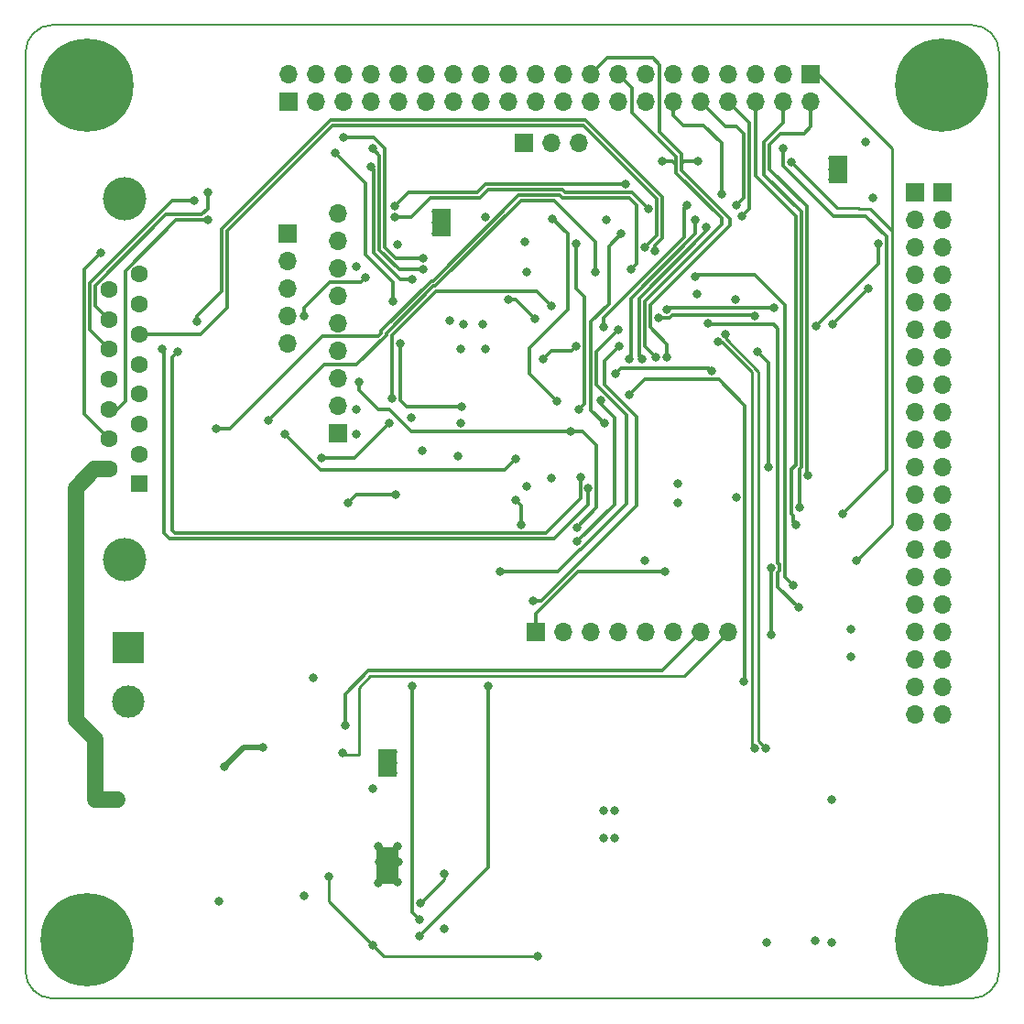
<source format=gbr>
%TF.GenerationSoftware,KiCad,Pcbnew,(6.0.7)*%
%TF.CreationDate,2023-01-26T22:49:43-08:00*%
%TF.ProjectId,FlightComputer,466c6967-6874-4436-9f6d-70757465722e,rev?*%
%TF.SameCoordinates,Original*%
%TF.FileFunction,Copper,L4,Bot*%
%TF.FilePolarity,Positive*%
%FSLAX46Y46*%
G04 Gerber Fmt 4.6, Leading zero omitted, Abs format (unit mm)*
G04 Created by KiCad (PCBNEW (6.0.7)) date 2023-01-26 22:49:43*
%MOMM*%
%LPD*%
G01*
G04 APERTURE LIST*
%TA.AperFunction,Profile*%
%ADD10C,0.200000*%
%TD*%
%TA.AperFunction,ComponentPad*%
%ADD11O,1.700000X1.700000*%
%TD*%
%TA.AperFunction,ComponentPad*%
%ADD12R,1.700000X1.700000*%
%TD*%
%TA.AperFunction,ComponentPad*%
%ADD13C,0.500000*%
%TD*%
%TA.AperFunction,SMDPad,CuDef*%
%ADD14R,1.800000X2.500000*%
%TD*%
%TA.AperFunction,ComponentPad*%
%ADD15C,0.900000*%
%TD*%
%TA.AperFunction,ComponentPad*%
%ADD16C,8.600000*%
%TD*%
%TA.AperFunction,SMDPad,CuDef*%
%ADD17R,2.000000X3.500000*%
%TD*%
%TA.AperFunction,ComponentPad*%
%ADD18C,1.600000*%
%TD*%
%TA.AperFunction,ComponentPad*%
%ADD19R,1.600000X1.600000*%
%TD*%
%TA.AperFunction,ComponentPad*%
%ADD20C,4.000000*%
%TD*%
%TA.AperFunction,ComponentPad*%
%ADD21C,3.000000*%
%TD*%
%TA.AperFunction,ComponentPad*%
%ADD22R,3.000000X3.000000*%
%TD*%
%TA.AperFunction,ViaPad*%
%ADD23C,0.800000*%
%TD*%
%TA.AperFunction,Conductor*%
%ADD24C,0.300000*%
%TD*%
%TA.AperFunction,Conductor*%
%ADD25C,0.261112*%
%TD*%
%TA.AperFunction,Conductor*%
%ADD26C,0.250000*%
%TD*%
%TA.AperFunction,Conductor*%
%ADD27C,1.500000*%
%TD*%
%TA.AperFunction,Conductor*%
%ADD28C,0.500000*%
%TD*%
G04 APERTURE END LIST*
D10*
X227330000Y-148166000D02*
X142410000Y-148166000D01*
X229870000Y-60706000D02*
X229870000Y-145626000D01*
X229870000Y-60706000D02*
G75*
G03*
X227330000Y-58166000I-2540000J0D01*
G01*
X139870000Y-145626000D02*
X139870000Y-60706000D01*
X227330000Y-148166000D02*
G75*
G03*
X229870000Y-145626000I0J2540000D01*
G01*
X139870000Y-145626000D02*
G75*
G03*
X142410000Y-148166000I2540000J0D01*
G01*
X142410000Y-58166000D02*
X227330000Y-58166000D01*
X142410000Y-58166000D02*
G75*
G03*
X139870000Y-60706000I0J-2540000D01*
G01*
D11*
%TO.P,J9,20,Pin_20*%
%TO.N,unconnected-(J9-Pad20)*%
X222123000Y-121920000D03*
%TO.P,J9,19,Pin_19*%
%TO.N,unconnected-(J9-Pad19)*%
X222123000Y-119380000D03*
%TO.P,J9,18,Pin_18*%
%TO.N,unconnected-(J9-Pad18)*%
X222123000Y-116840000D03*
%TO.P,J9,17,Pin_17*%
%TO.N,SPI2_SCK*%
X222123000Y-114300000D03*
%TO.P,J9,16,Pin_16*%
%TO.N,SPI2_MISO*%
X222123000Y-111760000D03*
%TO.P,J9,15,Pin_15*%
%TO.N,SPI2_MOSI*%
X222123000Y-109220000D03*
%TO.P,J9,14,Pin_14*%
%TO.N,PD10*%
X222123000Y-106680000D03*
%TO.P,J9,13,Pin_13*%
%TO.N,PD11*%
X222123000Y-104140000D03*
%TO.P,J9,12,Pin_12*%
%TO.N,PD12*%
X222123000Y-101600000D03*
%TO.P,J9,11,Pin_11*%
%TO.N,PD13*%
X222123000Y-99060000D03*
%TO.P,J9,10,Pin_10*%
%TO.N,PD14*%
X222123000Y-96520000D03*
%TO.P,J9,9,Pin_9*%
%TO.N,PD15*%
X222123000Y-93980000D03*
%TO.P,J9,8,Pin_8*%
%TO.N,PD7*%
X222123000Y-91440000D03*
%TO.P,J9,7,Pin_7*%
%TO.N,UART2_RX*%
X222123000Y-88900000D03*
%TO.P,J9,6,Pin_6*%
%TO.N,UART2_TX*%
X222123000Y-86360000D03*
%TO.P,J9,5,Pin_5*%
%TO.N,PD4*%
X222123000Y-83820000D03*
%TO.P,J9,4,Pin_4*%
%TO.N,PD3*%
X222123000Y-81280000D03*
%TO.P,J9,3,Pin_3*%
%TO.N,GND*%
X222123000Y-78740000D03*
%TO.P,J9,2,Pin_2*%
%TO.N,unconnected-(J9-Pad2)*%
X222123000Y-76200000D03*
D12*
%TO.P,J9,1,Pin_1*%
%TO.N,unconnected-(J9-Pad1)*%
X222123000Y-73660000D03*
%TD*%
D11*
%TO.P,J8,20,Pin_20*%
%TO.N,PE15*%
X212471000Y-65278000D03*
%TO.P,J8,19,Pin_19*%
%TO.N,PE14*%
X209931000Y-65278000D03*
%TO.P,J8,18,Pin_18*%
%TO.N,PE13*%
X207391000Y-65278000D03*
%TO.P,J8,17,Pin_17*%
%TO.N,PE12*%
X204851000Y-65278000D03*
%TO.P,J8,16,Pin_16*%
%TO.N,PE11*%
X202311000Y-65278000D03*
%TO.P,J8,15,Pin_15*%
%TO.N,PE10*%
X199771000Y-65278000D03*
%TO.P,J8,14,Pin_14*%
%TO.N,unconnected-(J8-Pad14)*%
X197231000Y-65278000D03*
%TO.P,J8,13,Pin_13*%
%TO.N,PE8*%
X194691000Y-65278000D03*
%TO.P,J8,12,Pin_12*%
%TO.N,PE7*%
X192151000Y-65278000D03*
%TO.P,J8,11,Pin_11*%
%TO.N,DAC_OUT1*%
X189611000Y-65278000D03*
%TO.P,J8,10,Pin_10*%
%TO.N,ADC3_IN3*%
X187071000Y-65278000D03*
%TO.P,J8,9,Pin_9*%
%TO.N,ADC3_IN2*%
X184531000Y-65278000D03*
%TO.P,J8,8,Pin_8*%
%TO.N,ADC3_IN1*%
X181991000Y-65278000D03*
%TO.P,J8,7,Pin_7*%
%TO.N,PE6*%
X179451000Y-65278000D03*
%TO.P,J8,6,Pin_6*%
%TO.N,PE5*%
X176911000Y-65278000D03*
%TO.P,J8,5,Pin_5*%
%TO.N,PE4*%
X174371000Y-65278000D03*
%TO.P,J8,4,Pin_4*%
%TO.N,PE3*%
X171831000Y-65278000D03*
%TO.P,J8,3,Pin_3*%
%TO.N,PE2*%
X169291000Y-65278000D03*
%TO.P,J8,2,Pin_2*%
%TO.N,PE1*%
X166751000Y-65278000D03*
D12*
%TO.P,J8,1,Pin_1*%
%TO.N,PE0*%
X164211000Y-65278000D03*
%TD*%
D13*
%TO.P,IC4,9*%
%TO.N,N/C*%
X174005000Y-125365000D03*
X172705000Y-125365000D03*
D14*
X173355000Y-126365000D03*
D13*
X172705000Y-127365000D03*
X174005000Y-126365000D03*
X172705000Y-126365000D03*
X174005000Y-127365000D03*
%TD*%
%TO.P,IC3,9*%
%TO.N,N/C*%
X214299000Y-70489000D03*
X214299000Y-72489000D03*
D14*
X214949000Y-71489000D03*
D13*
X215599000Y-70489000D03*
X214299000Y-71489000D03*
X215599000Y-72489000D03*
X215599000Y-71489000D03*
%TD*%
D15*
%TO.P,H4,1,1*%
%TO.N,GND*%
X148767000Y-142748000D03*
X147822419Y-145028419D03*
X143261581Y-140467581D03*
X142317000Y-142748000D03*
X143261581Y-145028419D03*
D16*
X145542000Y-142748000D03*
D15*
X147822419Y-140467581D03*
X145542000Y-145973000D03*
X145542000Y-139523000D03*
%TD*%
%TO.P,H2,1,1*%
%TO.N,GND*%
X226816419Y-61473581D03*
X221311000Y-63754000D03*
D16*
X224536000Y-63754000D03*
D15*
X224536000Y-66979000D03*
X222255581Y-66034419D03*
X227761000Y-63754000D03*
X226816419Y-66034419D03*
X224536000Y-60529000D03*
X222255581Y-61473581D03*
%TD*%
D11*
%TO.P,J4,5,Pin_5*%
%TO.N,unconnected-(J4-Pad5)*%
X164084000Y-87635000D03*
%TO.P,J4,4,Pin_4*%
%TO.N,I2C1_SCL*%
X164084000Y-85095000D03*
%TO.P,J4,3,Pin_3*%
%TO.N,I2C1_SDA*%
X164084000Y-82555000D03*
%TO.P,J4,2,Pin_2*%
%TO.N,GND*%
X164084000Y-80015000D03*
D12*
%TO.P,J4,1,Pin_1*%
%TO.N,+3.3V*%
X164084000Y-77475000D03*
%TD*%
D11*
%TO.P,J11,20,Pin_20*%
%TO.N,GND*%
X164211000Y-62738000D03*
%TO.P,J11,19,Pin_19*%
%TO.N,ADC3_IN13*%
X166751000Y-62738000D03*
%TO.P,J11,18,Pin_18*%
%TO.N,ADC3_IN12*%
X169291000Y-62738000D03*
%TO.P,J11,17,Pin_17*%
%TO.N,ADC3_IN11*%
X171831000Y-62738000D03*
%TO.P,J11,16,Pin_16*%
%TO.N,ADC3_IN10*%
X174371000Y-62738000D03*
%TO.P,J11,15,Pin_15*%
%TO.N,unconnected-(J11-Pad15)*%
X176911000Y-62738000D03*
%TO.P,J11,14,Pin_14*%
%TO.N,unconnected-(J11-Pad14)*%
X179451000Y-62738000D03*
%TO.P,J11,13,Pin_13*%
%TO.N,GND*%
X181991000Y-62738000D03*
%TO.P,J11,12,Pin_12*%
X184531000Y-62738000D03*
%TO.P,J11,11,Pin_11*%
%TO.N,unconnected-(J11-Pad11)*%
X187071000Y-62738000D03*
%TO.P,J11,10,Pin_10*%
%TO.N,unconnected-(J11-Pad10)*%
X189611000Y-62738000D03*
%TO.P,J11,9,Pin_9*%
%TO.N,I2C2_SDA*%
X192151000Y-62738000D03*
%TO.P,J11,8,Pin_8*%
%TO.N,I2C2_SCL*%
X194691000Y-62738000D03*
%TO.P,J11,7,Pin_7*%
%TO.N,GND*%
X197231000Y-62738000D03*
%TO.P,J11,6,Pin_6*%
%TO.N,unconnected-(J11-Pad6)*%
X199771000Y-62738000D03*
%TO.P,J11,5,Pin_5*%
%TO.N,unconnected-(J11-Pad5)*%
X202311000Y-62738000D03*
%TO.P,J11,4,Pin_4*%
%TO.N,unconnected-(J11-Pad4)*%
X204851000Y-62738000D03*
%TO.P,J11,3,Pin_3*%
%TO.N,GND*%
X207391000Y-62738000D03*
%TO.P,J11,2,Pin_2*%
%TO.N,I2C1_SDA*%
X209931000Y-62738000D03*
D12*
%TO.P,J11,1,Pin_1*%
%TO.N,I2C1_SCL*%
X212471000Y-62738000D03*
%TD*%
D11*
%TO.P,J6,9,Pin_9*%
%TO.N,unconnected-(J6-Pad9)*%
X168758000Y-75555000D03*
%TO.P,J6,8,Pin_8*%
%TO.N,unconnected-(J6-Pad8)*%
X168758000Y-78095000D03*
%TO.P,J6,7,Pin_7*%
%TO.N,GND*%
X168758000Y-80635000D03*
%TO.P,J6,6,Pin_6*%
%TO.N,CS2*%
X168758000Y-83175000D03*
%TO.P,J6,5,Pin_5*%
%TO.N,SPI1_MISO*%
X168758000Y-85715000D03*
%TO.P,J6,4,Pin_4*%
%TO.N,SPI1_MOSI*%
X168758000Y-88255000D03*
%TO.P,J6,3,Pin_3*%
%TO.N,SPI1_SCK*%
X168758000Y-90795000D03*
%TO.P,J6,2,Pin_2*%
%TO.N,GND*%
X168758000Y-93335000D03*
D12*
%TO.P,J6,1,Pin_1*%
%TO.N,+3.3V*%
X168758000Y-95875000D03*
%TD*%
D13*
%TO.P,IC2,9*%
%TO.N,N/C*%
X178958000Y-75454000D03*
X177658000Y-75454000D03*
X178958000Y-77454000D03*
X177658000Y-76454000D03*
X177658000Y-77454000D03*
X178958000Y-76454000D03*
D14*
X178308000Y-76454000D03*
%TD*%
D11*
%TO.P,J12,3,Pin_3*%
%TO.N,GND*%
X191008000Y-69088000D03*
%TO.P,J12,2,Pin_2*%
%TO.N,Net-(J12-Pad2)*%
X188468000Y-69088000D03*
D12*
%TO.P,J12,1,Pin_1*%
%TO.N,+3.3V*%
X185928000Y-69088000D03*
%TD*%
D15*
%TO.P,H3,1,1*%
%TO.N,GND*%
X226816419Y-140467581D03*
X222255581Y-140467581D03*
X224536000Y-145973000D03*
X224536000Y-139523000D03*
X226816419Y-145028419D03*
X222255581Y-145028419D03*
X227761000Y-142748000D03*
X221311000Y-142748000D03*
D16*
X224536000Y-142748000D03*
%TD*%
D17*
%TO.P,IC1,17,EP*%
%TO.N,GND*%
X173355000Y-135890000D03*
%TD*%
D15*
%TO.P,H1,1,1*%
%TO.N,GND*%
X147822419Y-66034419D03*
X147822419Y-61473581D03*
X143261581Y-66034419D03*
X148767000Y-63754000D03*
D16*
X145542000Y-63754000D03*
D15*
X145542000Y-66979000D03*
X145542000Y-60529000D03*
X143261581Y-61473581D03*
X142317000Y-63754000D03*
%TD*%
D11*
%TO.P,J7,8,Pin_8*%
%TO.N,I2C1_SCL*%
X204851000Y-114300000D03*
%TO.P,J7,7,Pin_7*%
%TO.N,I2C1_SDA*%
X202311000Y-114300000D03*
%TO.P,J7,6,Pin_6*%
%TO.N,+3.3V*%
X199771000Y-114300000D03*
%TO.P,J7,5,Pin_5*%
%TO.N,GND*%
X197231000Y-114300000D03*
%TO.P,J7,4,Pin_4*%
%TO.N,SPI1_SCK*%
X194691000Y-114300000D03*
%TO.P,J7,3,Pin_3*%
%TO.N,SPI1_MISO*%
X192151000Y-114300000D03*
%TO.P,J7,2,Pin_2*%
%TO.N,SPI1_MOSI*%
X189611000Y-114300000D03*
D12*
%TO.P,J7,1,Pin_1*%
%TO.N,CS1*%
X187071000Y-114300000D03*
%TD*%
D18*
%TO.P,J5,15,15*%
%TO.N,+3.3V*%
X147575331Y-82602000D03*
%TO.P,J5,14,14*%
%TO.N,CC2500_RX_OVERFLOW*%
X147575331Y-85372000D03*
%TO.P,J5,13,13*%
%TO.N,CC2500_TX_OVERFLOW*%
X147575331Y-88142000D03*
%TO.P,J5,12,12*%
%TO.N,GND*%
X147575331Y-90912000D03*
%TO.P,J5,11,11*%
%TO.N,RFM_RX_OVERFLOW*%
X147575331Y-93682000D03*
%TO.P,J5,10,10*%
%TO.N,RFM_TX_OVERFLOW*%
X147575331Y-96452000D03*
%TO.P,J5,9,9*%
%TO.N,+5V*%
X147575331Y-99222000D03*
%TO.P,J5,8,8*%
%TO.N,CC2500_RX_EMPTY*%
X150415331Y-81217000D03*
%TO.P,J5,7,7*%
%TO.N,CC2500_TX_EMPTY*%
X150415331Y-83987000D03*
%TO.P,J5,6,6*%
%TO.N,CC2500_UART_RX*%
X150415331Y-86757000D03*
%TO.P,J5,5,5*%
%TO.N,CC2500_UART_TX*%
X150415331Y-89527000D03*
%TO.P,J5,4,4*%
%TO.N,RFM_RX_EMPTY*%
X150415331Y-92297000D03*
%TO.P,J5,3,3*%
%TO.N,RFM_TX_EMPTY*%
X150415331Y-95067000D03*
%TO.P,J5,2,2*%
%TO.N,RFM_UART_RX*%
X150415331Y-97837000D03*
D19*
%TO.P,J5,1,1*%
%TO.N,RFM_UART_TX*%
X150415331Y-100607000D03*
D20*
%TO.P,J5,0*%
%TO.N,N/C*%
X148995331Y-74262000D03*
X148995331Y-107562000D03*
%TD*%
D21*
%TO.P,J1,2,Pin_2*%
%TO.N,GND*%
X149332500Y-120752500D03*
D22*
%TO.P,J1,1,Pin_1*%
%TO.N,VIN*%
X149332500Y-115752500D03*
%TD*%
D11*
%TO.P,J10,20,Pin_20*%
%TO.N,GND*%
X224663000Y-121920000D03*
%TO.P,J10,19,Pin_19*%
X224663000Y-119380000D03*
%TO.P,J10,18,Pin_18*%
X224663000Y-116840000D03*
%TO.P,J10,17,Pin_17*%
%TO.N,VIN*%
X224663000Y-114300000D03*
%TO.P,J10,16,Pin_16*%
X224663000Y-111760000D03*
%TO.P,J10,15,Pin_15*%
%TO.N,+5V*%
X224663000Y-109220000D03*
%TO.P,J10,14,Pin_14*%
X224663000Y-106680000D03*
%TO.P,J10,13,Pin_13*%
%TO.N,+3.3V*%
X224663000Y-104140000D03*
%TO.P,J10,12,Pin_12*%
X224663000Y-101600000D03*
%TO.P,J10,11,Pin_11*%
X224663000Y-99060000D03*
%TO.P,J10,10,Pin_10*%
%TO.N,GND*%
X224663000Y-96520000D03*
%TO.P,J10,9,Pin_9*%
X224663000Y-93980000D03*
%TO.P,J10,8,Pin_8*%
X224663000Y-91440000D03*
%TO.P,J10,7,Pin_7*%
X224663000Y-88900000D03*
%TO.P,J10,6,Pin_6*%
X224663000Y-86360000D03*
%TO.P,J10,5,Pin_5*%
X224663000Y-83820000D03*
%TO.P,J10,4,Pin_4*%
X224663000Y-81280000D03*
%TO.P,J10,3,Pin_3*%
%TO.N,PC15*%
X224663000Y-78740000D03*
%TO.P,J10,2,Pin_2*%
%TO.N,PC9*%
X224663000Y-76200000D03*
D12*
%TO.P,J10,1,Pin_1*%
%TO.N,PC8*%
X224663000Y-73660000D03*
%TD*%
D23*
%TO.N,PE10*%
X204216000Y-73787000D03*
X201041000Y-74803000D03*
X193294000Y-86106000D03*
%TO.N,PE11*%
X195707000Y-89027000D03*
X201803000Y-76200000D03*
X205613000Y-74803000D03*
%TO.N,PE12*%
X196850000Y-89027000D03*
X202819000Y-76835000D03*
X206121000Y-75819000D03*
%TO.N,PE13*%
X211074000Y-104394000D03*
%TO.N,PE14*%
X211455000Y-102743000D03*
%TO.N,PE15*%
X212217000Y-99822000D03*
%TO.N,CC2500_TX_EMPTY*%
X152527000Y-88138000D03*
%TO.N,GND*%
X166497000Y-118491000D03*
%TO.N,I2C2_SDA*%
X202057000Y-70739000D03*
%TO.N,I2C2_SCL*%
X198755000Y-70739000D03*
%TO.N,GND*%
X214376000Y-143002000D03*
X208407000Y-143002000D03*
%TO.N,RFM_RX_EMPTY*%
X167259000Y-98171000D03*
%TO.N,I2C2_SCL*%
X198120000Y-88900000D03*
%TO.N,I2C2_SDA*%
X199188500Y-88884628D03*
%TO.N,SYS_JTMS-SWDIO*%
X202946000Y-85711787D03*
%TO.N,CS1*%
X199009000Y-108712000D03*
X207518000Y-88392000D03*
X208534000Y-99060000D03*
%TO.N,CS2*%
X169672000Y-102362000D03*
X174117000Y-101600000D03*
%TO.N,PE8*%
X194945000Y-77470000D03*
X193368317Y-94983500D03*
%TO.N,PE7*%
X191008000Y-93726000D03*
X190754000Y-78359000D03*
%TO.N,PD7*%
X203327000Y-90173500D03*
X194437000Y-90424000D03*
%TO.N,PC8*%
X217805000Y-82550000D03*
X214503000Y-85839500D03*
%TO.N,PC9*%
X218706500Y-78359000D03*
X212979000Y-85979000D03*
%TO.N,NEN1*%
X182626000Y-119253000D03*
X186817000Y-111379000D03*
%TO.N,NEN2*%
X183769000Y-108712000D03*
X175641000Y-119253000D03*
%TO.N,DAC_OUT1*%
X188595000Y-76073000D03*
X188976000Y-92964000D03*
%TO.N,ADC3_IN13*%
X168529000Y-69977000D03*
X173863000Y-83693000D03*
X180213000Y-93472000D03*
X174498000Y-87630000D03*
%TO.N,PE4*%
X171843500Y-71247000D03*
X175641000Y-81661000D03*
%TO.N,PE3*%
X171958000Y-69596000D03*
X176657000Y-80755503D03*
%TO.N,PE2*%
X169291000Y-68580000D03*
X176657000Y-79756000D03*
%TO.N,I2C1_SCL*%
X171323000Y-81534000D03*
X173990000Y-75946000D03*
%TO.N,RFM_RX_OVERFLOW*%
X184531000Y-83565500D03*
X186944000Y-85344000D03*
%TO.N,GND*%
X179070000Y-85471000D03*
%TO.N,I2C1_SCL*%
X210693000Y-70866000D03*
%TO.N,SPI1_SCK*%
X190839477Y-104606477D03*
X170708500Y-91186000D03*
X190246000Y-95758000D03*
%TO.N,SPI1_MISO*%
X185166000Y-102108000D03*
X185674000Y-104381500D03*
%TO.N,+5V*%
X158242000Y-126746000D03*
X146304000Y-129794000D03*
X161798000Y-124968000D03*
X148336000Y-129794000D03*
X147320000Y-129794000D03*
%TO.N,EN1*%
X167894000Y-136906000D03*
X187198000Y-144272000D03*
X171958000Y-143256000D03*
%TO.N,EN2*%
X176374951Y-139347049D03*
X178562000Y-136652000D03*
%TO.N,GND*%
X218186000Y-74168000D03*
X178562000Y-141732000D03*
X174315000Y-135565000D03*
X165608000Y-138684000D03*
X172537000Y-135565000D03*
X174244000Y-134112000D03*
X172523500Y-137471500D03*
X180340000Y-85852000D03*
X175514000Y-94488000D03*
X179832000Y-98044000D03*
X174244000Y-137414000D03*
X200152000Y-102362000D03*
X170434000Y-80518000D03*
X180086000Y-88138000D03*
X174244000Y-78486000D03*
X186182000Y-100838000D03*
X172466000Y-134112000D03*
X186055000Y-78232000D03*
X157734000Y-139192000D03*
X170434000Y-93726000D03*
X205486000Y-83566000D03*
X212852000Y-142855498D03*
X205625500Y-101809692D03*
X171958000Y-128778000D03*
X180086000Y-94996000D03*
X216154000Y-116586000D03*
X214376000Y-129794000D03*
%TO.N,I2C1_SDA*%
X215392000Y-103378000D03*
X169418000Y-122936000D03*
X173990000Y-74946497D03*
X209931000Y-69596000D03*
X195326000Y-72898000D03*
%TO.N,I2C1_SCL*%
X216662000Y-107696000D03*
X197485000Y-75184000D03*
X165608000Y-85090000D03*
X169164000Y-125476000D03*
%TO.N,USB_D+*%
X204570685Y-86767315D03*
X208273600Y-125045100D03*
%TO.N,USB_D-*%
X203861315Y-87476685D03*
X207270400Y-125045100D03*
%TO.N,NEN1*%
X176276000Y-142354500D03*
X194762925Y-87885990D03*
%TO.N,NEN2*%
X176276000Y-140855500D03*
X194691000Y-86360000D03*
%TO.N,+3.3V*%
X182165000Y-85852000D03*
X186182000Y-81026000D03*
X188468000Y-100076000D03*
X176530000Y-97536000D03*
X201930000Y-83058000D03*
X193294000Y-133350000D03*
X193548000Y-76200000D03*
X197104000Y-107696000D03*
X217551000Y-68961000D03*
X194310000Y-133350000D03*
X194310000Y-130810000D03*
X182372000Y-88138000D03*
X193294000Y-130810000D03*
X170434000Y-96012000D03*
X200152000Y-100584000D03*
X216154000Y-114046000D03*
X182372000Y-75946000D03*
%TO.N,RFM_RX_OVERFLOW*%
X156718000Y-76200000D03*
%TO.N,RFM_TX_OVERFLOW*%
X146812000Y-79248000D03*
%TO.N,NRST*%
X187706000Y-89027000D03*
X190766500Y-87884000D03*
X195707000Y-92329000D03*
X206248000Y-118872000D03*
%TO.N,CC2500_RX_EMPTY*%
X191163117Y-99980677D03*
X153924000Y-88392000D03*
%TO.N,CC2500_TX_EMPTY*%
X191912617Y-100965000D03*
%TO.N,SYS_JTMS-SWDIO*%
X211328000Y-112014000D03*
%TO.N,SYS_JTCK-SWCLK*%
X201803000Y-81407000D03*
X210820000Y-109982000D03*
%TO.N,CC2500_UART_TX*%
X155702000Y-85598000D03*
X198080775Y-79057554D03*
%TO.N,CC2500_UART_RX*%
X197125977Y-78761977D03*
%TO.N,RFM_UART_TX*%
X195834000Y-80772000D03*
X157480000Y-95504000D03*
%TO.N,RFM_UART_RX*%
X192532000Y-81026000D03*
X162306000Y-94742000D03*
%TO.N,UART2_TX*%
X209042000Y-84328000D03*
X199136000Y-84455000D03*
%TO.N,UART2_RX*%
X198374000Y-85204500D03*
X207264000Y-85090000D03*
%TO.N,SYS_JTDO-TRACESWO*%
X193040000Y-92837000D03*
X190868500Y-105918000D03*
X208788000Y-114554000D03*
X208788000Y-108331000D03*
%TO.N,RFM_TX_EMPTY*%
X185166000Y-98298000D03*
X163830000Y-96012000D03*
%TO.N,RFM_RX_EMPTY*%
X173736000Y-92710000D03*
X188468000Y-84148500D03*
X173482000Y-94996000D03*
%TO.N,CC2500_RX_OVERFLOW*%
X156718000Y-73660000D03*
%TO.N,CC2500_TX_OVERFLOW*%
X155448000Y-74422000D03*
%TD*%
D24*
%TO.N,NRST*%
X206375500Y-118744500D02*
X206248000Y-118872000D01*
X206375500Y-93345500D02*
X206375500Y-118744500D01*
X203962000Y-90932000D02*
X206375500Y-93345500D01*
X197104000Y-90932000D02*
X203962000Y-90932000D01*
X195707000Y-92329000D02*
X197104000Y-90932000D01*
%TO.N,PE7*%
X191516000Y-83312000D02*
X190754000Y-82550000D01*
X191008000Y-93726000D02*
X191516000Y-93218000D01*
X190754000Y-82550000D02*
X190754000Y-78359000D01*
X191516000Y-93218000D02*
X191516000Y-83312000D01*
%TO.N,NRST*%
X190385500Y-88265000D02*
X188468000Y-88265000D01*
X190766500Y-87884000D02*
X190385500Y-88265000D01*
X188468000Y-88265000D02*
X187706000Y-89027000D01*
%TO.N,NEN2*%
X189103000Y-108712000D02*
X183769000Y-108712000D01*
X191179161Y-106668000D02*
X191147000Y-106668000D01*
X191147000Y-106668000D02*
X189103000Y-108712000D01*
X195453000Y-102394161D02*
X191179161Y-106668000D01*
X195453000Y-94189339D02*
X195453000Y-102394161D01*
X192651000Y-91387339D02*
X195453000Y-94189339D01*
X192651000Y-88400000D02*
X192651000Y-91387339D01*
X194691000Y-86360000D02*
X192651000Y-88400000D01*
%TO.N,PE10*%
X200787000Y-77778894D02*
X200787000Y-75057000D01*
X200787000Y-75057000D02*
X201041000Y-74803000D01*
X195634894Y-82931000D02*
X200787000Y-77778894D01*
X193294000Y-85217000D02*
X195580000Y-82931000D01*
X193294000Y-86106000D02*
X193294000Y-85217000D01*
X195580000Y-82931000D02*
X195634894Y-82931000D01*
%TO.N,PE8*%
X193802000Y-78613000D02*
X194945000Y-77470000D01*
X192151000Y-93766183D02*
X192151000Y-85598000D01*
X192151000Y-85598000D02*
X193802000Y-83947000D01*
X193368317Y-94983500D02*
X192151000Y-93766183D01*
X193802000Y-83947000D02*
X193802000Y-78613000D01*
%TO.N,PD7*%
X203069500Y-89916000D02*
X203327000Y-90173500D01*
X194945000Y-89916000D02*
X203069500Y-89916000D01*
X194437000Y-90424000D02*
X194945000Y-89916000D01*
%TO.N,CC2500_TX_EMPTY*%
X191912617Y-102473383D02*
X191912617Y-100965000D01*
X153162000Y-105664000D02*
X188722000Y-105664000D01*
X152654000Y-105156000D02*
X153162000Y-105664000D01*
X152654000Y-88265000D02*
X152654000Y-105156000D01*
X152527000Y-88138000D02*
X152654000Y-88265000D01*
X188722000Y-105664000D02*
X191912617Y-102473383D01*
%TO.N,PE10*%
X199771000Y-66548000D02*
X199771000Y-65278000D01*
X200660000Y-67437000D02*
X199771000Y-66548000D01*
X202565000Y-67437000D02*
X200660000Y-67437000D01*
X204216000Y-69088000D02*
X202565000Y-67437000D01*
X204216000Y-73787000D02*
X204216000Y-69088000D01*
%TO.N,PE11*%
X195834000Y-88900000D02*
X195707000Y-89027000D01*
X195834000Y-88138000D02*
X195834000Y-88900000D01*
%TO.N,NEN1*%
X196342000Y-102629000D02*
X187592000Y-111379000D01*
X196342000Y-94361000D02*
X196342000Y-102629000D01*
X193421000Y-91440000D02*
X196342000Y-94361000D01*
X193421000Y-89227915D02*
X193421000Y-91440000D01*
X187592000Y-111379000D02*
X186817000Y-111379000D01*
X194762925Y-87885990D02*
X193421000Y-89227915D01*
%TO.N,SYS_JTDO-TRACESWO*%
X194310000Y-94488000D02*
X194310000Y-102476500D01*
X194310000Y-102476500D02*
X190868500Y-105918000D01*
X193040000Y-93218000D02*
X194310000Y-94488000D01*
X193040000Y-92837000D02*
X193040000Y-93218000D01*
%TO.N,PE11*%
X195834000Y-83439000D02*
X195834000Y-88138000D01*
X201803000Y-77470000D02*
X195834000Y-83439000D01*
X201803000Y-76200000D02*
X201803000Y-77089000D01*
X206256000Y-69215000D02*
X206256000Y-74160000D01*
X206256000Y-68207000D02*
X206256000Y-69215000D01*
X205613000Y-67564000D02*
X206256000Y-68207000D01*
X206256000Y-74160000D02*
X205613000Y-74803000D01*
X204597000Y-67564000D02*
X205613000Y-67564000D01*
X203962000Y-66929000D02*
X204597000Y-67564000D01*
X201803000Y-77089000D02*
X201803000Y-77470000D01*
X202311000Y-65278000D02*
X203962000Y-66929000D01*
%TO.N,PE12*%
X206756000Y-75184000D02*
X206121000Y-75819000D01*
X206756000Y-67183000D02*
X206756000Y-75184000D01*
X204851000Y-65278000D02*
X206756000Y-67183000D01*
X196596000Y-88773000D02*
X196850000Y-89027000D01*
X196596000Y-83439000D02*
X196596000Y-88773000D01*
X202819000Y-77216000D02*
X196596000Y-83439000D01*
X202819000Y-76835000D02*
X202819000Y-77216000D01*
%TO.N,I2C2_SCL*%
X204216000Y-76018106D02*
X200025000Y-71827106D01*
X200025000Y-71827106D02*
X200025000Y-71120000D01*
X204216000Y-76581000D02*
X204216000Y-76018106D01*
X197112000Y-83685000D02*
X204216000Y-76581000D01*
X197112000Y-87892000D02*
X197112000Y-83685000D01*
X198120000Y-88900000D02*
X197112000Y-87892000D01*
%TO.N,I2C2_SDA*%
X204978000Y-76708000D02*
X204978000Y-76073000D01*
X204978000Y-76073000D02*
X200533000Y-71628000D01*
X200533000Y-71628000D02*
X200533000Y-70993000D01*
X197612000Y-84074000D02*
X204978000Y-76708000D01*
X197612000Y-86106000D02*
X197612000Y-84074000D01*
X199188500Y-87682500D02*
X197612000Y-86106000D01*
X199188500Y-88884628D02*
X199188500Y-87682500D01*
%TO.N,SYS_JTCK-SWCLK*%
X210058000Y-109220000D02*
X210820000Y-109982000D01*
X207264000Y-81280000D02*
X210058000Y-84074000D01*
X201930000Y-81280000D02*
X207264000Y-81280000D01*
X201803000Y-81407000D02*
X201930000Y-81280000D01*
X210058000Y-84074000D02*
X210058000Y-109220000D01*
%TO.N,CC2500_UART_TX*%
X155702000Y-85090000D02*
X155702000Y-85598000D01*
X157988000Y-77016893D02*
X157988000Y-82804000D01*
X157988000Y-82804000D02*
X155702000Y-85090000D01*
X168075893Y-66929000D02*
X157988000Y-77016893D01*
X191632767Y-66929000D02*
X168075893Y-66929000D01*
X198080775Y-78525225D02*
X198755000Y-77851000D01*
X198755000Y-77851000D02*
X198755000Y-74051233D01*
X198755000Y-74051233D02*
X191632767Y-66929000D01*
X198080775Y-79057554D02*
X198080775Y-78525225D01*
%TO.N,CC2500_UART_RX*%
X156067000Y-86757000D02*
X150415331Y-86757000D01*
X191425661Y-67429000D02*
X168283000Y-67429000D01*
X158496000Y-77216000D02*
X158496000Y-84328000D01*
X168283000Y-67429000D02*
X158496000Y-77216000D01*
X198235000Y-77652954D02*
X198235000Y-74238339D01*
X197125977Y-78761977D02*
X198235000Y-77652954D01*
X198235000Y-74238339D02*
X191425661Y-67429000D01*
X158496000Y-84328000D02*
X156067000Y-86757000D01*
%TO.N,I2C1_SCL*%
X175514000Y-75946000D02*
X173990000Y-75946000D01*
X177292000Y-74168000D02*
X175514000Y-75946000D01*
X189726000Y-73648000D02*
X189476000Y-73398000D01*
X189476000Y-73398000D02*
X182634000Y-73398000D01*
X195949000Y-73648000D02*
X189726000Y-73648000D01*
X197485000Y-75184000D02*
X195949000Y-73648000D01*
X182634000Y-73398000D02*
X181864000Y-74168000D01*
X181864000Y-74168000D02*
X177292000Y-74168000D01*
%TO.N,PE15*%
X212471000Y-67564000D02*
X212471000Y-65278000D01*
X211836000Y-68199000D02*
X212471000Y-67564000D01*
X208661000Y-71501000D02*
X208661000Y-69215000D01*
X208661000Y-69215000D02*
X209677000Y-68199000D01*
X212090000Y-74930000D02*
X208661000Y-71501000D01*
X209677000Y-68199000D02*
X211836000Y-68199000D01*
X212090000Y-99695000D02*
X212090000Y-74930000D01*
X212217000Y-99822000D02*
X212090000Y-99695000D01*
%TO.N,PE14*%
X208161000Y-68953000D02*
X209931000Y-67183000D01*
X209931000Y-67183000D02*
X209931000Y-65278000D01*
X211590000Y-75446000D02*
X208161000Y-72017000D01*
X211590000Y-99052000D02*
X211590000Y-75446000D01*
X208161000Y-72017000D02*
X208161000Y-68953000D01*
X211455000Y-99187000D02*
X211590000Y-99052000D01*
X211455000Y-102743000D02*
X211455000Y-99187000D01*
%TO.N,PE13*%
X207391000Y-72136000D02*
X207391000Y-65278000D01*
X211074000Y-98860893D02*
X211074000Y-75819000D01*
X210705000Y-103390000D02*
X210705000Y-99229893D01*
X211074000Y-75819000D02*
X207391000Y-72136000D01*
X210820000Y-103505000D02*
X210705000Y-103390000D01*
X210820000Y-104140000D02*
X210820000Y-103505000D01*
X210705000Y-99229893D02*
X211074000Y-98860893D01*
X211074000Y-104394000D02*
X210820000Y-104140000D01*
%TO.N,SYS_JTMS-SWDIO*%
X203086213Y-85852000D02*
X202946000Y-85711787D01*
X209423000Y-86233000D02*
X209042000Y-85852000D01*
X209538000Y-108020339D02*
X209423000Y-107905339D01*
X209538000Y-108641661D02*
X209538000Y-108020339D01*
X209423000Y-108756661D02*
X209538000Y-108641661D01*
X209423000Y-110109000D02*
X209423000Y-108756661D01*
X209423000Y-107905339D02*
X209423000Y-86233000D01*
X209042000Y-85852000D02*
X203086213Y-85852000D01*
X211328000Y-112014000D02*
X209423000Y-110109000D01*
%TO.N,CS1*%
X208534000Y-89408000D02*
X207518000Y-88392000D01*
X208534000Y-99060000D02*
X208534000Y-89408000D01*
D25*
%TO.N,USB_D+*%
X207645000Y-124386537D02*
X207645000Y-90222681D01*
X208000956Y-124742493D02*
X207645000Y-124386537D01*
X208000956Y-124772456D02*
X208000956Y-124742493D01*
X208273600Y-125045100D02*
X208000956Y-124772456D01*
X207645000Y-90222681D02*
X204570685Y-87148366D01*
X204570685Y-87148366D02*
X204570685Y-86767315D01*
%TO.N,USB_D-*%
X207010000Y-90244319D02*
X204242366Y-87476685D01*
X207010000Y-124784700D02*
X207010000Y-90244319D01*
X204242366Y-87476685D02*
X203861315Y-87476685D01*
X207270400Y-125045100D02*
X207010000Y-124784700D01*
D24*
%TO.N,SYS_JTDO-TRACESWO*%
X208788000Y-108331000D02*
X208788000Y-114554000D01*
%TO.N,I2C2_SDA*%
X200787000Y-70739000D02*
X202057000Y-70739000D01*
X200533000Y-70993000D02*
X200533000Y-70104000D01*
X200533000Y-70993000D02*
X200787000Y-70739000D01*
%TO.N,I2C2_SCL*%
X199644000Y-70739000D02*
X198755000Y-70739000D01*
X200025000Y-71120000D02*
X199644000Y-70739000D01*
X200025000Y-71120000D02*
X200025000Y-70358000D01*
%TO.N,I2C1_SDA*%
X219456000Y-99314000D02*
X215392000Y-103378000D01*
X217551000Y-75819000D02*
X219456000Y-77724000D01*
X209931000Y-71164661D02*
X214585339Y-75819000D01*
X214585339Y-75819000D02*
X217551000Y-75819000D01*
X209931000Y-69596000D02*
X209931000Y-71164661D01*
X219456000Y-77724000D02*
X219456000Y-99314000D01*
D26*
%TO.N,I2C1_SCL*%
X217932000Y-75184000D02*
X219964000Y-77216000D01*
X216826000Y-75094000D02*
X216916000Y-75184000D01*
X214921000Y-75094000D02*
X216826000Y-75094000D01*
X210693000Y-70866000D02*
X214921000Y-75094000D01*
X216916000Y-75184000D02*
X217932000Y-75184000D01*
D27*
%TO.N,+5V*%
X146304000Y-129794000D02*
X148336000Y-129794000D01*
X146304000Y-124206000D02*
X146304000Y-129794000D01*
X144526000Y-100965000D02*
X144526000Y-122428000D01*
X146269000Y-99222000D02*
X144526000Y-100965000D01*
X144526000Y-122428000D02*
X146304000Y-124206000D01*
X147575331Y-99222000D02*
X146269000Y-99222000D01*
D24*
%TO.N,RFM_RX_EMPTY*%
X170942000Y-97536000D02*
X170307000Y-98171000D01*
X170307000Y-98171000D02*
X167259000Y-98171000D01*
%TO.N,CS1*%
X190966106Y-108712000D02*
X187071000Y-112607106D01*
X187071000Y-112607106D02*
X187071000Y-114300000D01*
X199009000Y-108712000D02*
X190966106Y-108712000D01*
%TO.N,I2C2_SDA*%
X193675000Y-61214000D02*
X192151000Y-62738000D01*
X197866000Y-61214000D02*
X193675000Y-61214000D01*
X198501000Y-61849000D02*
X197866000Y-61214000D01*
X198501000Y-68072000D02*
X198501000Y-61849000D01*
X200533000Y-70104000D02*
X198501000Y-68072000D01*
%TO.N,I2C2_SCL*%
X195961000Y-64008000D02*
X194691000Y-62738000D01*
X195961000Y-66294000D02*
X195961000Y-64008000D01*
X200025000Y-70358000D02*
X195961000Y-66294000D01*
%TO.N,UART2_RX*%
X207135787Y-84961787D02*
X207264000Y-85090000D01*
X199447161Y-85204500D02*
X199689874Y-84961787D01*
X198374000Y-85204500D02*
X199447161Y-85204500D01*
X199689874Y-84961787D02*
X207135787Y-84961787D01*
%TO.N,UART2_TX*%
X199263000Y-84328000D02*
X209042000Y-84328000D01*
X199136000Y-84455000D02*
X199263000Y-84328000D01*
%TO.N,CS2*%
X170434000Y-101600000D02*
X169672000Y-102362000D01*
X174117000Y-101600000D02*
X170434000Y-101600000D01*
%TO.N,RFM_UART_TX*%
X196342000Y-80264000D02*
X195834000Y-80772000D01*
X196342000Y-74803000D02*
X196342000Y-80264000D01*
X195707000Y-74168000D02*
X196342000Y-74803000D01*
X189538893Y-74168000D02*
X195707000Y-74168000D01*
X189284893Y-73914000D02*
X189538893Y-74168000D01*
X185464661Y-73914000D02*
X189284893Y-73914000D01*
X177373788Y-81816000D02*
X177562661Y-81816000D01*
X172736000Y-86453788D02*
X177373788Y-81816000D01*
X172463661Y-86915000D02*
X172736000Y-86642661D01*
X172736000Y-86642661D02*
X172736000Y-86453788D01*
X167339000Y-86915000D02*
X172463661Y-86915000D01*
X177562661Y-81816000D02*
X185464661Y-73914000D01*
X157480000Y-95504000D02*
X158750000Y-95504000D01*
X158750000Y-95504000D02*
X167339000Y-86915000D01*
%TO.N,DAC_OUT1*%
X189992000Y-77470000D02*
X188595000Y-76073000D01*
X189992000Y-84455000D02*
X189992000Y-77470000D01*
X186436000Y-90424000D02*
X186436000Y-88011000D01*
X186436000Y-88011000D02*
X189992000Y-84455000D01*
X188976000Y-92964000D02*
X186436000Y-90424000D01*
%TO.N,PC8*%
X214515500Y-85839500D02*
X217805000Y-82550000D01*
X214503000Y-85839500D02*
X214515500Y-85839500D01*
%TO.N,PC9*%
X218706500Y-78359000D02*
X218706500Y-80251500D01*
X218706500Y-80251500D02*
X212979000Y-85979000D01*
%TO.N,I2C1_SDA*%
X169418000Y-120015000D02*
X169418000Y-122936000D01*
X198755000Y-117856000D02*
X171577000Y-117856000D01*
X202311000Y-114300000D02*
X198755000Y-117856000D01*
X171577000Y-117856000D02*
X169418000Y-120015000D01*
D26*
%TO.N,I2C1_SCL*%
X169291000Y-125603000D02*
X169164000Y-125476000D01*
X170688000Y-119416752D02*
X170688000Y-125603000D01*
X171740752Y-118364000D02*
X170688000Y-119416752D01*
X200787000Y-118364000D02*
X171740752Y-118364000D01*
X204851000Y-114300000D02*
X200787000Y-118364000D01*
X170688000Y-125603000D02*
X169291000Y-125603000D01*
D24*
%TO.N,NEN2*%
X175624951Y-140204451D02*
X176276000Y-140855500D01*
X175624951Y-139036388D02*
X175624951Y-140204451D01*
X175641000Y-119253000D02*
X175641000Y-139020339D01*
X175641000Y-139020339D02*
X175624951Y-139036388D01*
%TO.N,NEN1*%
X182626000Y-136004500D02*
X176276000Y-142354500D01*
X182626000Y-119253000D02*
X182626000Y-136004500D01*
%TO.N,SPI1_SCK*%
X191389000Y-95758000D02*
X190246000Y-95758000D01*
X192662617Y-97031617D02*
X191389000Y-95758000D01*
X192662617Y-102783337D02*
X192662617Y-97031617D01*
X190839477Y-104606477D02*
X192662617Y-102783337D01*
%TO.N,RFM_UART_RX*%
X167453000Y-89595000D02*
X162306000Y-94742000D01*
X170490767Y-89595000D02*
X167453000Y-89595000D01*
X177769767Y-82316000D02*
X177580894Y-82316000D01*
X185671767Y-74414000D02*
X177769767Y-82316000D01*
X173236000Y-86660894D02*
X173236000Y-86849767D01*
X177580894Y-82316000D02*
X173236000Y-86660894D01*
X192532000Y-78177106D02*
X188768894Y-74414000D01*
X192532000Y-81026000D02*
X192532000Y-78177106D01*
X188768894Y-74414000D02*
X185671767Y-74414000D01*
X173236000Y-86849767D02*
X170490767Y-89595000D01*
%TO.N,SPI1_SCK*%
X170708500Y-91968500D02*
X170708500Y-91186000D01*
X172466000Y-93726000D02*
X170708500Y-91968500D01*
X173482000Y-93726000D02*
X172466000Y-93726000D01*
X175514000Y-95758000D02*
X173482000Y-93726000D01*
X190246000Y-95758000D02*
X175514000Y-95758000D01*
%TO.N,ADC3_IN13*%
X171323000Y-72771000D02*
X168529000Y-69977000D01*
X171577000Y-79629000D02*
X171323000Y-79375000D01*
X173863000Y-81915000D02*
X171577000Y-79629000D01*
X173863000Y-83693000D02*
X173863000Y-81915000D01*
X171323000Y-73025000D02*
X171323000Y-72771000D01*
X171323000Y-79375000D02*
X171323000Y-73025000D01*
X174498000Y-92837000D02*
X174498000Y-87630000D01*
X175006000Y-93345000D02*
X174498000Y-92837000D01*
X180213000Y-93472000D02*
X175133000Y-93472000D01*
X175133000Y-93472000D02*
X175006000Y-93345000D01*
%TO.N,PE4*%
X174498000Y-81661000D02*
X175641000Y-81661000D01*
X172093000Y-79256000D02*
X174498000Y-81661000D01*
X172093000Y-71496500D02*
X172093000Y-79256000D01*
X171843500Y-71247000D02*
X172093000Y-71496500D01*
%TO.N,PE3*%
X172593000Y-70231000D02*
X171958000Y-69596000D01*
X172593000Y-78939106D02*
X172593000Y-70231000D01*
X174409397Y-80755503D02*
X172593000Y-78939106D01*
X176657000Y-80755503D02*
X174409397Y-80755503D01*
%TO.N,PE2*%
X174117000Y-79756000D02*
X176657000Y-79756000D01*
X173101000Y-69596000D02*
X173101000Y-78740000D01*
X173101000Y-78740000D02*
X174117000Y-79756000D01*
X172085000Y-68580000D02*
X173101000Y-69596000D01*
X169291000Y-68580000D02*
X172085000Y-68580000D01*
%TO.N,I2C1_SCL*%
X167961000Y-81975000D02*
X165608000Y-84328000D01*
X170882000Y-81975000D02*
X167961000Y-81975000D01*
X165608000Y-84328000D02*
X165608000Y-85090000D01*
X171323000Y-81534000D02*
X170882000Y-81975000D01*
%TO.N,RFM_RX_OVERFLOW*%
X185165500Y-83565500D02*
X184531000Y-83565500D01*
X186944000Y-85344000D02*
X185165500Y-83565500D01*
D26*
%TO.N,I2C1_SCL*%
X219964000Y-77216000D02*
X219964000Y-69596000D01*
X219964000Y-104394000D02*
X219964000Y-77216000D01*
X219964000Y-69596000D02*
X213106000Y-62738000D01*
X213106000Y-62738000D02*
X212471000Y-62738000D01*
X216662000Y-107696000D02*
X219964000Y-104394000D01*
D24*
%TO.N,CC2500_RX_EMPTY*%
X153416000Y-88900000D02*
X153924000Y-88392000D01*
X153645500Y-105131500D02*
X153416000Y-104902000D01*
X153416000Y-104902000D02*
X153416000Y-88900000D01*
X187984500Y-105131500D02*
X153645500Y-105131500D01*
X191163117Y-101952883D02*
X187984500Y-105131500D01*
X191163117Y-99980677D02*
X191163117Y-101952883D01*
%TO.N,SPI1_MISO*%
X185674000Y-104381500D02*
X185674000Y-102616000D01*
X185674000Y-102616000D02*
X185166000Y-102108000D01*
D28*
%TO.N,+5V*%
X161798000Y-124968000D02*
X160020000Y-124968000D01*
X160020000Y-124968000D02*
X158242000Y-126746000D01*
D26*
%TO.N,EN1*%
X167894000Y-136906000D02*
X167894000Y-139192000D01*
X170434000Y-141732000D02*
X171958000Y-143256000D01*
X172974000Y-144272000D02*
X171958000Y-143256000D01*
X187198000Y-144272000D02*
X172974000Y-144272000D01*
X167894000Y-139192000D02*
X170434000Y-141732000D01*
%TO.N,EN2*%
X178562000Y-137160000D02*
X178562000Y-136652000D01*
X176374951Y-139347049D02*
X178562000Y-137160000D01*
D24*
%TO.N,I2C1_SDA*%
X195326000Y-72898000D02*
X182372000Y-72898000D01*
X175276497Y-73660000D02*
X173990000Y-74946497D01*
X182372000Y-72898000D02*
X181610000Y-73660000D01*
X181610000Y-73660000D02*
X175276497Y-73660000D01*
%TO.N,RFM_RX_OVERFLOW*%
X148380000Y-93682000D02*
X147575331Y-93682000D01*
X153805985Y-76200000D02*
X149098000Y-80907985D01*
X156718000Y-76200000D02*
X153805985Y-76200000D01*
X149098000Y-92964000D02*
X148380000Y-93682000D01*
X149098000Y-80907985D02*
X149098000Y-92964000D01*
%TO.N,RFM_TX_OVERFLOW*%
X146812000Y-79248000D02*
X145288000Y-80772000D01*
X145288000Y-80772000D02*
X145288000Y-94164669D01*
X145288000Y-94164669D02*
X147575331Y-96452000D01*
%TO.N,RFM_TX_EMPTY*%
X167120000Y-99302000D02*
X184162000Y-99302000D01*
X163830000Y-96012000D02*
X167120000Y-99302000D01*
X184162000Y-99302000D02*
X185166000Y-98298000D01*
%TO.N,RFM_RX_EMPTY*%
X187135500Y-82816000D02*
X177788000Y-82816000D01*
X173736000Y-86868000D02*
X173736000Y-92710000D01*
X177788000Y-82816000D02*
X173736000Y-86868000D01*
X188468000Y-84148500D02*
X187135500Y-82816000D01*
X173482000Y-94996000D02*
X170942000Y-97536000D01*
%TO.N,CC2500_RX_OVERFLOW*%
X152858985Y-75692000D02*
X146304000Y-82246985D01*
X156165339Y-75692000D02*
X152858985Y-75692000D01*
X156718000Y-73660000D02*
X156718000Y-75139339D01*
X156718000Y-75139339D02*
X156165339Y-75692000D01*
X146304000Y-84100669D02*
X147575331Y-85372000D01*
X146304000Y-82246985D02*
X146304000Y-84100669D01*
%TO.N,CC2500_TX_OVERFLOW*%
X145796000Y-86362669D02*
X147575331Y-88142000D01*
X145796000Y-82047878D02*
X145796000Y-86362669D01*
X155448000Y-74422000D02*
X153421878Y-74422000D01*
X153421878Y-74422000D02*
X145796000Y-82047878D01*
%TD*%
M02*

</source>
